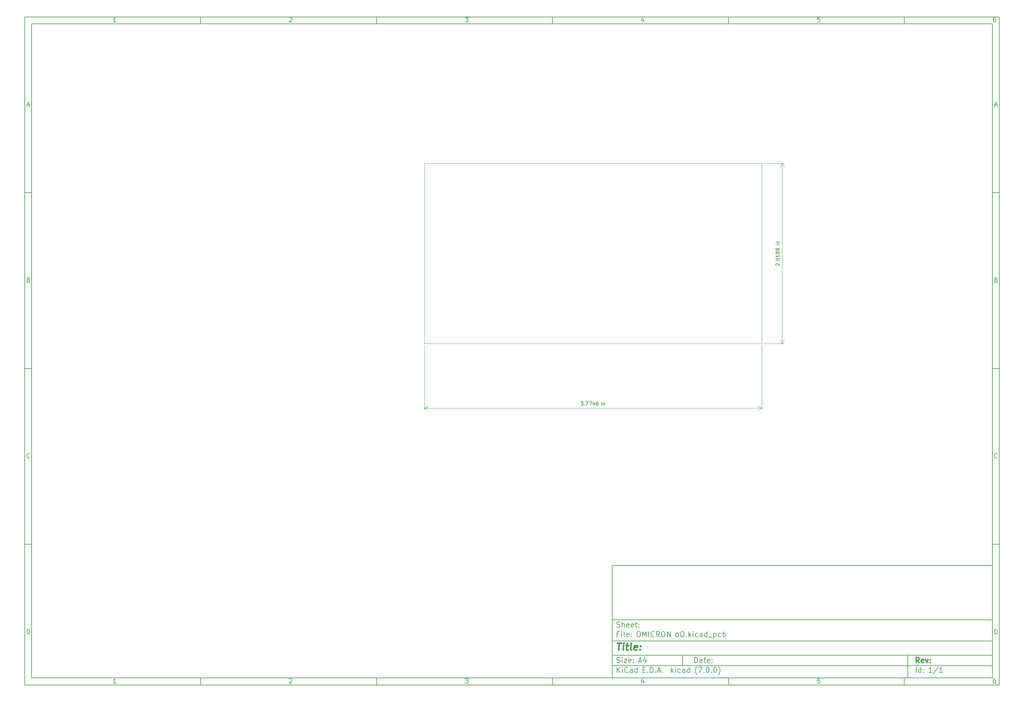
<source format=gbr>
%TF.GenerationSoftware,KiCad,Pcbnew,(7.0.0)*%
%TF.CreationDate,2023-04-21T00:05:07-05:00*%
%TF.ProjectId,OMICRON oO,4f4d4943-524f-44e2-906f-4f2e6b696361,rev?*%
%TF.SameCoordinates,Original*%
%TF.FileFunction,Profile,NP*%
%FSLAX46Y46*%
G04 Gerber Fmt 4.6, Leading zero omitted, Abs format (unit mm)*
G04 Created by KiCad (PCBNEW (7.0.0)) date 2023-04-21 00:05:07*
%MOMM*%
%LPD*%
G01*
G04 APERTURE LIST*
%ADD10C,0.100000*%
%ADD11C,0.150000*%
%ADD12C,0.300000*%
%ADD13C,0.400000*%
%TA.AperFunction,Profile*%
%ADD14C,0.100000*%
%TD*%
G04 APERTURE END LIST*
D10*
D11*
X177002200Y-166007200D02*
X285002200Y-166007200D01*
X285002200Y-198007200D01*
X177002200Y-198007200D01*
X177002200Y-166007200D01*
D10*
D11*
X10000000Y-10000000D02*
X287002200Y-10000000D01*
X287002200Y-200007200D01*
X10000000Y-200007200D01*
X10000000Y-10000000D01*
D10*
D11*
X12000000Y-12000000D02*
X285002200Y-12000000D01*
X285002200Y-198007200D01*
X12000000Y-198007200D01*
X12000000Y-12000000D01*
D10*
D11*
X60000000Y-12000000D02*
X60000000Y-10000000D01*
D10*
D11*
X110000000Y-12000000D02*
X110000000Y-10000000D01*
D10*
D11*
X160000000Y-12000000D02*
X160000000Y-10000000D01*
D10*
D11*
X210000000Y-12000000D02*
X210000000Y-10000000D01*
D10*
D11*
X260000000Y-12000000D02*
X260000000Y-10000000D01*
D10*
D11*
X35990476Y-11477595D02*
X35247619Y-11477595D01*
X35619047Y-11477595D02*
X35619047Y-10177595D01*
X35619047Y-10177595D02*
X35495238Y-10363309D01*
X35495238Y-10363309D02*
X35371428Y-10487119D01*
X35371428Y-10487119D02*
X35247619Y-10549023D01*
D10*
D11*
X85247619Y-10301404D02*
X85309523Y-10239500D01*
X85309523Y-10239500D02*
X85433333Y-10177595D01*
X85433333Y-10177595D02*
X85742857Y-10177595D01*
X85742857Y-10177595D02*
X85866666Y-10239500D01*
X85866666Y-10239500D02*
X85928571Y-10301404D01*
X85928571Y-10301404D02*
X85990476Y-10425214D01*
X85990476Y-10425214D02*
X85990476Y-10549023D01*
X85990476Y-10549023D02*
X85928571Y-10734738D01*
X85928571Y-10734738D02*
X85185714Y-11477595D01*
X85185714Y-11477595D02*
X85990476Y-11477595D01*
D10*
D11*
X135185714Y-10177595D02*
X135990476Y-10177595D01*
X135990476Y-10177595D02*
X135557142Y-10672833D01*
X135557142Y-10672833D02*
X135742857Y-10672833D01*
X135742857Y-10672833D02*
X135866666Y-10734738D01*
X135866666Y-10734738D02*
X135928571Y-10796642D01*
X135928571Y-10796642D02*
X135990476Y-10920452D01*
X135990476Y-10920452D02*
X135990476Y-11229976D01*
X135990476Y-11229976D02*
X135928571Y-11353785D01*
X135928571Y-11353785D02*
X135866666Y-11415690D01*
X135866666Y-11415690D02*
X135742857Y-11477595D01*
X135742857Y-11477595D02*
X135371428Y-11477595D01*
X135371428Y-11477595D02*
X135247619Y-11415690D01*
X135247619Y-11415690D02*
X135185714Y-11353785D01*
D10*
D11*
X185866666Y-10610928D02*
X185866666Y-11477595D01*
X185557142Y-10115690D02*
X185247619Y-11044261D01*
X185247619Y-11044261D02*
X186052380Y-11044261D01*
D10*
D11*
X235928571Y-10177595D02*
X235309523Y-10177595D01*
X235309523Y-10177595D02*
X235247619Y-10796642D01*
X235247619Y-10796642D02*
X235309523Y-10734738D01*
X235309523Y-10734738D02*
X235433333Y-10672833D01*
X235433333Y-10672833D02*
X235742857Y-10672833D01*
X235742857Y-10672833D02*
X235866666Y-10734738D01*
X235866666Y-10734738D02*
X235928571Y-10796642D01*
X235928571Y-10796642D02*
X235990476Y-10920452D01*
X235990476Y-10920452D02*
X235990476Y-11229976D01*
X235990476Y-11229976D02*
X235928571Y-11353785D01*
X235928571Y-11353785D02*
X235866666Y-11415690D01*
X235866666Y-11415690D02*
X235742857Y-11477595D01*
X235742857Y-11477595D02*
X235433333Y-11477595D01*
X235433333Y-11477595D02*
X235309523Y-11415690D01*
X235309523Y-11415690D02*
X235247619Y-11353785D01*
D10*
D11*
X285866666Y-10177595D02*
X285619047Y-10177595D01*
X285619047Y-10177595D02*
X285495238Y-10239500D01*
X285495238Y-10239500D02*
X285433333Y-10301404D01*
X285433333Y-10301404D02*
X285309523Y-10487119D01*
X285309523Y-10487119D02*
X285247619Y-10734738D01*
X285247619Y-10734738D02*
X285247619Y-11229976D01*
X285247619Y-11229976D02*
X285309523Y-11353785D01*
X285309523Y-11353785D02*
X285371428Y-11415690D01*
X285371428Y-11415690D02*
X285495238Y-11477595D01*
X285495238Y-11477595D02*
X285742857Y-11477595D01*
X285742857Y-11477595D02*
X285866666Y-11415690D01*
X285866666Y-11415690D02*
X285928571Y-11353785D01*
X285928571Y-11353785D02*
X285990476Y-11229976D01*
X285990476Y-11229976D02*
X285990476Y-10920452D01*
X285990476Y-10920452D02*
X285928571Y-10796642D01*
X285928571Y-10796642D02*
X285866666Y-10734738D01*
X285866666Y-10734738D02*
X285742857Y-10672833D01*
X285742857Y-10672833D02*
X285495238Y-10672833D01*
X285495238Y-10672833D02*
X285371428Y-10734738D01*
X285371428Y-10734738D02*
X285309523Y-10796642D01*
X285309523Y-10796642D02*
X285247619Y-10920452D01*
D10*
D11*
X60000000Y-198007200D02*
X60000000Y-200007200D01*
D10*
D11*
X110000000Y-198007200D02*
X110000000Y-200007200D01*
D10*
D11*
X160000000Y-198007200D02*
X160000000Y-200007200D01*
D10*
D11*
X210000000Y-198007200D02*
X210000000Y-200007200D01*
D10*
D11*
X260000000Y-198007200D02*
X260000000Y-200007200D01*
D10*
D11*
X35990476Y-199484795D02*
X35247619Y-199484795D01*
X35619047Y-199484795D02*
X35619047Y-198184795D01*
X35619047Y-198184795D02*
X35495238Y-198370509D01*
X35495238Y-198370509D02*
X35371428Y-198494319D01*
X35371428Y-198494319D02*
X35247619Y-198556223D01*
D10*
D11*
X85247619Y-198308604D02*
X85309523Y-198246700D01*
X85309523Y-198246700D02*
X85433333Y-198184795D01*
X85433333Y-198184795D02*
X85742857Y-198184795D01*
X85742857Y-198184795D02*
X85866666Y-198246700D01*
X85866666Y-198246700D02*
X85928571Y-198308604D01*
X85928571Y-198308604D02*
X85990476Y-198432414D01*
X85990476Y-198432414D02*
X85990476Y-198556223D01*
X85990476Y-198556223D02*
X85928571Y-198741938D01*
X85928571Y-198741938D02*
X85185714Y-199484795D01*
X85185714Y-199484795D02*
X85990476Y-199484795D01*
D10*
D11*
X135185714Y-198184795D02*
X135990476Y-198184795D01*
X135990476Y-198184795D02*
X135557142Y-198680033D01*
X135557142Y-198680033D02*
X135742857Y-198680033D01*
X135742857Y-198680033D02*
X135866666Y-198741938D01*
X135866666Y-198741938D02*
X135928571Y-198803842D01*
X135928571Y-198803842D02*
X135990476Y-198927652D01*
X135990476Y-198927652D02*
X135990476Y-199237176D01*
X135990476Y-199237176D02*
X135928571Y-199360985D01*
X135928571Y-199360985D02*
X135866666Y-199422890D01*
X135866666Y-199422890D02*
X135742857Y-199484795D01*
X135742857Y-199484795D02*
X135371428Y-199484795D01*
X135371428Y-199484795D02*
X135247619Y-199422890D01*
X135247619Y-199422890D02*
X135185714Y-199360985D01*
D10*
D11*
X185866666Y-198618128D02*
X185866666Y-199484795D01*
X185557142Y-198122890D02*
X185247619Y-199051461D01*
X185247619Y-199051461D02*
X186052380Y-199051461D01*
D10*
D11*
X235928571Y-198184795D02*
X235309523Y-198184795D01*
X235309523Y-198184795D02*
X235247619Y-198803842D01*
X235247619Y-198803842D02*
X235309523Y-198741938D01*
X235309523Y-198741938D02*
X235433333Y-198680033D01*
X235433333Y-198680033D02*
X235742857Y-198680033D01*
X235742857Y-198680033D02*
X235866666Y-198741938D01*
X235866666Y-198741938D02*
X235928571Y-198803842D01*
X235928571Y-198803842D02*
X235990476Y-198927652D01*
X235990476Y-198927652D02*
X235990476Y-199237176D01*
X235990476Y-199237176D02*
X235928571Y-199360985D01*
X235928571Y-199360985D02*
X235866666Y-199422890D01*
X235866666Y-199422890D02*
X235742857Y-199484795D01*
X235742857Y-199484795D02*
X235433333Y-199484795D01*
X235433333Y-199484795D02*
X235309523Y-199422890D01*
X235309523Y-199422890D02*
X235247619Y-199360985D01*
D10*
D11*
X285866666Y-198184795D02*
X285619047Y-198184795D01*
X285619047Y-198184795D02*
X285495238Y-198246700D01*
X285495238Y-198246700D02*
X285433333Y-198308604D01*
X285433333Y-198308604D02*
X285309523Y-198494319D01*
X285309523Y-198494319D02*
X285247619Y-198741938D01*
X285247619Y-198741938D02*
X285247619Y-199237176D01*
X285247619Y-199237176D02*
X285309523Y-199360985D01*
X285309523Y-199360985D02*
X285371428Y-199422890D01*
X285371428Y-199422890D02*
X285495238Y-199484795D01*
X285495238Y-199484795D02*
X285742857Y-199484795D01*
X285742857Y-199484795D02*
X285866666Y-199422890D01*
X285866666Y-199422890D02*
X285928571Y-199360985D01*
X285928571Y-199360985D02*
X285990476Y-199237176D01*
X285990476Y-199237176D02*
X285990476Y-198927652D01*
X285990476Y-198927652D02*
X285928571Y-198803842D01*
X285928571Y-198803842D02*
X285866666Y-198741938D01*
X285866666Y-198741938D02*
X285742857Y-198680033D01*
X285742857Y-198680033D02*
X285495238Y-198680033D01*
X285495238Y-198680033D02*
X285371428Y-198741938D01*
X285371428Y-198741938D02*
X285309523Y-198803842D01*
X285309523Y-198803842D02*
X285247619Y-198927652D01*
D10*
D11*
X10000000Y-60000000D02*
X12000000Y-60000000D01*
D10*
D11*
X10000000Y-110000000D02*
X12000000Y-110000000D01*
D10*
D11*
X10000000Y-160000000D02*
X12000000Y-160000000D01*
D10*
D11*
X10690476Y-35106166D02*
X11309523Y-35106166D01*
X10566666Y-35477595D02*
X10999999Y-34177595D01*
X10999999Y-34177595D02*
X11433333Y-35477595D01*
D10*
D11*
X11092857Y-84796642D02*
X11278571Y-84858547D01*
X11278571Y-84858547D02*
X11340476Y-84920452D01*
X11340476Y-84920452D02*
X11402380Y-85044261D01*
X11402380Y-85044261D02*
X11402380Y-85229976D01*
X11402380Y-85229976D02*
X11340476Y-85353785D01*
X11340476Y-85353785D02*
X11278571Y-85415690D01*
X11278571Y-85415690D02*
X11154761Y-85477595D01*
X11154761Y-85477595D02*
X10659523Y-85477595D01*
X10659523Y-85477595D02*
X10659523Y-84177595D01*
X10659523Y-84177595D02*
X11092857Y-84177595D01*
X11092857Y-84177595D02*
X11216666Y-84239500D01*
X11216666Y-84239500D02*
X11278571Y-84301404D01*
X11278571Y-84301404D02*
X11340476Y-84425214D01*
X11340476Y-84425214D02*
X11340476Y-84549023D01*
X11340476Y-84549023D02*
X11278571Y-84672833D01*
X11278571Y-84672833D02*
X11216666Y-84734738D01*
X11216666Y-84734738D02*
X11092857Y-84796642D01*
X11092857Y-84796642D02*
X10659523Y-84796642D01*
D10*
D11*
X11402380Y-135353785D02*
X11340476Y-135415690D01*
X11340476Y-135415690D02*
X11154761Y-135477595D01*
X11154761Y-135477595D02*
X11030952Y-135477595D01*
X11030952Y-135477595D02*
X10845238Y-135415690D01*
X10845238Y-135415690D02*
X10721428Y-135291880D01*
X10721428Y-135291880D02*
X10659523Y-135168071D01*
X10659523Y-135168071D02*
X10597619Y-134920452D01*
X10597619Y-134920452D02*
X10597619Y-134734738D01*
X10597619Y-134734738D02*
X10659523Y-134487119D01*
X10659523Y-134487119D02*
X10721428Y-134363309D01*
X10721428Y-134363309D02*
X10845238Y-134239500D01*
X10845238Y-134239500D02*
X11030952Y-134177595D01*
X11030952Y-134177595D02*
X11154761Y-134177595D01*
X11154761Y-134177595D02*
X11340476Y-134239500D01*
X11340476Y-134239500D02*
X11402380Y-134301404D01*
D10*
D11*
X10659523Y-185477595D02*
X10659523Y-184177595D01*
X10659523Y-184177595D02*
X10969047Y-184177595D01*
X10969047Y-184177595D02*
X11154761Y-184239500D01*
X11154761Y-184239500D02*
X11278571Y-184363309D01*
X11278571Y-184363309D02*
X11340476Y-184487119D01*
X11340476Y-184487119D02*
X11402380Y-184734738D01*
X11402380Y-184734738D02*
X11402380Y-184920452D01*
X11402380Y-184920452D02*
X11340476Y-185168071D01*
X11340476Y-185168071D02*
X11278571Y-185291880D01*
X11278571Y-185291880D02*
X11154761Y-185415690D01*
X11154761Y-185415690D02*
X10969047Y-185477595D01*
X10969047Y-185477595D02*
X10659523Y-185477595D01*
D10*
D11*
X287002200Y-60000000D02*
X285002200Y-60000000D01*
D10*
D11*
X287002200Y-110000000D02*
X285002200Y-110000000D01*
D10*
D11*
X287002200Y-160000000D02*
X285002200Y-160000000D01*
D10*
D11*
X285692676Y-35106166D02*
X286311723Y-35106166D01*
X285568866Y-35477595D02*
X286002199Y-34177595D01*
X286002199Y-34177595D02*
X286435533Y-35477595D01*
D10*
D11*
X286095057Y-84796642D02*
X286280771Y-84858547D01*
X286280771Y-84858547D02*
X286342676Y-84920452D01*
X286342676Y-84920452D02*
X286404580Y-85044261D01*
X286404580Y-85044261D02*
X286404580Y-85229976D01*
X286404580Y-85229976D02*
X286342676Y-85353785D01*
X286342676Y-85353785D02*
X286280771Y-85415690D01*
X286280771Y-85415690D02*
X286156961Y-85477595D01*
X286156961Y-85477595D02*
X285661723Y-85477595D01*
X285661723Y-85477595D02*
X285661723Y-84177595D01*
X285661723Y-84177595D02*
X286095057Y-84177595D01*
X286095057Y-84177595D02*
X286218866Y-84239500D01*
X286218866Y-84239500D02*
X286280771Y-84301404D01*
X286280771Y-84301404D02*
X286342676Y-84425214D01*
X286342676Y-84425214D02*
X286342676Y-84549023D01*
X286342676Y-84549023D02*
X286280771Y-84672833D01*
X286280771Y-84672833D02*
X286218866Y-84734738D01*
X286218866Y-84734738D02*
X286095057Y-84796642D01*
X286095057Y-84796642D02*
X285661723Y-84796642D01*
D10*
D11*
X286404580Y-135353785D02*
X286342676Y-135415690D01*
X286342676Y-135415690D02*
X286156961Y-135477595D01*
X286156961Y-135477595D02*
X286033152Y-135477595D01*
X286033152Y-135477595D02*
X285847438Y-135415690D01*
X285847438Y-135415690D02*
X285723628Y-135291880D01*
X285723628Y-135291880D02*
X285661723Y-135168071D01*
X285661723Y-135168071D02*
X285599819Y-134920452D01*
X285599819Y-134920452D02*
X285599819Y-134734738D01*
X285599819Y-134734738D02*
X285661723Y-134487119D01*
X285661723Y-134487119D02*
X285723628Y-134363309D01*
X285723628Y-134363309D02*
X285847438Y-134239500D01*
X285847438Y-134239500D02*
X286033152Y-134177595D01*
X286033152Y-134177595D02*
X286156961Y-134177595D01*
X286156961Y-134177595D02*
X286342676Y-134239500D01*
X286342676Y-134239500D02*
X286404580Y-134301404D01*
D10*
D11*
X285661723Y-185477595D02*
X285661723Y-184177595D01*
X285661723Y-184177595D02*
X285971247Y-184177595D01*
X285971247Y-184177595D02*
X286156961Y-184239500D01*
X286156961Y-184239500D02*
X286280771Y-184363309D01*
X286280771Y-184363309D02*
X286342676Y-184487119D01*
X286342676Y-184487119D02*
X286404580Y-184734738D01*
X286404580Y-184734738D02*
X286404580Y-184920452D01*
X286404580Y-184920452D02*
X286342676Y-185168071D01*
X286342676Y-185168071D02*
X286280771Y-185291880D01*
X286280771Y-185291880D02*
X286156961Y-185415690D01*
X286156961Y-185415690D02*
X285971247Y-185477595D01*
X285971247Y-185477595D02*
X285661723Y-185477595D01*
D10*
D11*
X200359342Y-193658271D02*
X200359342Y-192158271D01*
X200359342Y-192158271D02*
X200716485Y-192158271D01*
X200716485Y-192158271D02*
X200930771Y-192229700D01*
X200930771Y-192229700D02*
X201073628Y-192372557D01*
X201073628Y-192372557D02*
X201145057Y-192515414D01*
X201145057Y-192515414D02*
X201216485Y-192801128D01*
X201216485Y-192801128D02*
X201216485Y-193015414D01*
X201216485Y-193015414D02*
X201145057Y-193301128D01*
X201145057Y-193301128D02*
X201073628Y-193443985D01*
X201073628Y-193443985D02*
X200930771Y-193586842D01*
X200930771Y-193586842D02*
X200716485Y-193658271D01*
X200716485Y-193658271D02*
X200359342Y-193658271D01*
X202502200Y-193658271D02*
X202502200Y-192872557D01*
X202502200Y-192872557D02*
X202430771Y-192729700D01*
X202430771Y-192729700D02*
X202287914Y-192658271D01*
X202287914Y-192658271D02*
X202002200Y-192658271D01*
X202002200Y-192658271D02*
X201859342Y-192729700D01*
X202502200Y-193586842D02*
X202359342Y-193658271D01*
X202359342Y-193658271D02*
X202002200Y-193658271D01*
X202002200Y-193658271D02*
X201859342Y-193586842D01*
X201859342Y-193586842D02*
X201787914Y-193443985D01*
X201787914Y-193443985D02*
X201787914Y-193301128D01*
X201787914Y-193301128D02*
X201859342Y-193158271D01*
X201859342Y-193158271D02*
X202002200Y-193086842D01*
X202002200Y-193086842D02*
X202359342Y-193086842D01*
X202359342Y-193086842D02*
X202502200Y-193015414D01*
X203002200Y-192658271D02*
X203573628Y-192658271D01*
X203216485Y-192158271D02*
X203216485Y-193443985D01*
X203216485Y-193443985D02*
X203287914Y-193586842D01*
X203287914Y-193586842D02*
X203430771Y-193658271D01*
X203430771Y-193658271D02*
X203573628Y-193658271D01*
X204645057Y-193586842D02*
X204502200Y-193658271D01*
X204502200Y-193658271D02*
X204216486Y-193658271D01*
X204216486Y-193658271D02*
X204073628Y-193586842D01*
X204073628Y-193586842D02*
X204002200Y-193443985D01*
X204002200Y-193443985D02*
X204002200Y-192872557D01*
X204002200Y-192872557D02*
X204073628Y-192729700D01*
X204073628Y-192729700D02*
X204216486Y-192658271D01*
X204216486Y-192658271D02*
X204502200Y-192658271D01*
X204502200Y-192658271D02*
X204645057Y-192729700D01*
X204645057Y-192729700D02*
X204716486Y-192872557D01*
X204716486Y-192872557D02*
X204716486Y-193015414D01*
X204716486Y-193015414D02*
X204002200Y-193158271D01*
X205359342Y-193515414D02*
X205430771Y-193586842D01*
X205430771Y-193586842D02*
X205359342Y-193658271D01*
X205359342Y-193658271D02*
X205287914Y-193586842D01*
X205287914Y-193586842D02*
X205359342Y-193515414D01*
X205359342Y-193515414D02*
X205359342Y-193658271D01*
X205359342Y-192729700D02*
X205430771Y-192801128D01*
X205430771Y-192801128D02*
X205359342Y-192872557D01*
X205359342Y-192872557D02*
X205287914Y-192801128D01*
X205287914Y-192801128D02*
X205359342Y-192729700D01*
X205359342Y-192729700D02*
X205359342Y-192872557D01*
D10*
D11*
X177002200Y-194507200D02*
X285002200Y-194507200D01*
D10*
D11*
X178359342Y-196458271D02*
X178359342Y-194958271D01*
X179216485Y-196458271D02*
X178573628Y-195601128D01*
X179216485Y-194958271D02*
X178359342Y-195815414D01*
X179859342Y-196458271D02*
X179859342Y-195458271D01*
X179859342Y-194958271D02*
X179787914Y-195029700D01*
X179787914Y-195029700D02*
X179859342Y-195101128D01*
X179859342Y-195101128D02*
X179930771Y-195029700D01*
X179930771Y-195029700D02*
X179859342Y-194958271D01*
X179859342Y-194958271D02*
X179859342Y-195101128D01*
X181430771Y-196315414D02*
X181359343Y-196386842D01*
X181359343Y-196386842D02*
X181145057Y-196458271D01*
X181145057Y-196458271D02*
X181002200Y-196458271D01*
X181002200Y-196458271D02*
X180787914Y-196386842D01*
X180787914Y-196386842D02*
X180645057Y-196243985D01*
X180645057Y-196243985D02*
X180573628Y-196101128D01*
X180573628Y-196101128D02*
X180502200Y-195815414D01*
X180502200Y-195815414D02*
X180502200Y-195601128D01*
X180502200Y-195601128D02*
X180573628Y-195315414D01*
X180573628Y-195315414D02*
X180645057Y-195172557D01*
X180645057Y-195172557D02*
X180787914Y-195029700D01*
X180787914Y-195029700D02*
X181002200Y-194958271D01*
X181002200Y-194958271D02*
X181145057Y-194958271D01*
X181145057Y-194958271D02*
X181359343Y-195029700D01*
X181359343Y-195029700D02*
X181430771Y-195101128D01*
X182716486Y-196458271D02*
X182716486Y-195672557D01*
X182716486Y-195672557D02*
X182645057Y-195529700D01*
X182645057Y-195529700D02*
X182502200Y-195458271D01*
X182502200Y-195458271D02*
X182216486Y-195458271D01*
X182216486Y-195458271D02*
X182073628Y-195529700D01*
X182716486Y-196386842D02*
X182573628Y-196458271D01*
X182573628Y-196458271D02*
X182216486Y-196458271D01*
X182216486Y-196458271D02*
X182073628Y-196386842D01*
X182073628Y-196386842D02*
X182002200Y-196243985D01*
X182002200Y-196243985D02*
X182002200Y-196101128D01*
X182002200Y-196101128D02*
X182073628Y-195958271D01*
X182073628Y-195958271D02*
X182216486Y-195886842D01*
X182216486Y-195886842D02*
X182573628Y-195886842D01*
X182573628Y-195886842D02*
X182716486Y-195815414D01*
X184073629Y-196458271D02*
X184073629Y-194958271D01*
X184073629Y-196386842D02*
X183930771Y-196458271D01*
X183930771Y-196458271D02*
X183645057Y-196458271D01*
X183645057Y-196458271D02*
X183502200Y-196386842D01*
X183502200Y-196386842D02*
X183430771Y-196315414D01*
X183430771Y-196315414D02*
X183359343Y-196172557D01*
X183359343Y-196172557D02*
X183359343Y-195743985D01*
X183359343Y-195743985D02*
X183430771Y-195601128D01*
X183430771Y-195601128D02*
X183502200Y-195529700D01*
X183502200Y-195529700D02*
X183645057Y-195458271D01*
X183645057Y-195458271D02*
X183930771Y-195458271D01*
X183930771Y-195458271D02*
X184073629Y-195529700D01*
X185687914Y-195672557D02*
X186187914Y-195672557D01*
X186402200Y-196458271D02*
X185687914Y-196458271D01*
X185687914Y-196458271D02*
X185687914Y-194958271D01*
X185687914Y-194958271D02*
X186402200Y-194958271D01*
X187045057Y-196315414D02*
X187116486Y-196386842D01*
X187116486Y-196386842D02*
X187045057Y-196458271D01*
X187045057Y-196458271D02*
X186973629Y-196386842D01*
X186973629Y-196386842D02*
X187045057Y-196315414D01*
X187045057Y-196315414D02*
X187045057Y-196458271D01*
X187759343Y-196458271D02*
X187759343Y-194958271D01*
X187759343Y-194958271D02*
X188116486Y-194958271D01*
X188116486Y-194958271D02*
X188330772Y-195029700D01*
X188330772Y-195029700D02*
X188473629Y-195172557D01*
X188473629Y-195172557D02*
X188545058Y-195315414D01*
X188545058Y-195315414D02*
X188616486Y-195601128D01*
X188616486Y-195601128D02*
X188616486Y-195815414D01*
X188616486Y-195815414D02*
X188545058Y-196101128D01*
X188545058Y-196101128D02*
X188473629Y-196243985D01*
X188473629Y-196243985D02*
X188330772Y-196386842D01*
X188330772Y-196386842D02*
X188116486Y-196458271D01*
X188116486Y-196458271D02*
X187759343Y-196458271D01*
X189259343Y-196315414D02*
X189330772Y-196386842D01*
X189330772Y-196386842D02*
X189259343Y-196458271D01*
X189259343Y-196458271D02*
X189187915Y-196386842D01*
X189187915Y-196386842D02*
X189259343Y-196315414D01*
X189259343Y-196315414D02*
X189259343Y-196458271D01*
X189902201Y-196029700D02*
X190616487Y-196029700D01*
X189759344Y-196458271D02*
X190259344Y-194958271D01*
X190259344Y-194958271D02*
X190759344Y-196458271D01*
X191259343Y-196315414D02*
X191330772Y-196386842D01*
X191330772Y-196386842D02*
X191259343Y-196458271D01*
X191259343Y-196458271D02*
X191187915Y-196386842D01*
X191187915Y-196386842D02*
X191259343Y-196315414D01*
X191259343Y-196315414D02*
X191259343Y-196458271D01*
X193773629Y-196458271D02*
X193773629Y-194958271D01*
X193916487Y-195886842D02*
X194345058Y-196458271D01*
X194345058Y-195458271D02*
X193773629Y-196029700D01*
X194987915Y-196458271D02*
X194987915Y-195458271D01*
X194987915Y-194958271D02*
X194916487Y-195029700D01*
X194916487Y-195029700D02*
X194987915Y-195101128D01*
X194987915Y-195101128D02*
X195059344Y-195029700D01*
X195059344Y-195029700D02*
X194987915Y-194958271D01*
X194987915Y-194958271D02*
X194987915Y-195101128D01*
X196345059Y-196386842D02*
X196202201Y-196458271D01*
X196202201Y-196458271D02*
X195916487Y-196458271D01*
X195916487Y-196458271D02*
X195773630Y-196386842D01*
X195773630Y-196386842D02*
X195702201Y-196315414D01*
X195702201Y-196315414D02*
X195630773Y-196172557D01*
X195630773Y-196172557D02*
X195630773Y-195743985D01*
X195630773Y-195743985D02*
X195702201Y-195601128D01*
X195702201Y-195601128D02*
X195773630Y-195529700D01*
X195773630Y-195529700D02*
X195916487Y-195458271D01*
X195916487Y-195458271D02*
X196202201Y-195458271D01*
X196202201Y-195458271D02*
X196345059Y-195529700D01*
X197630773Y-196458271D02*
X197630773Y-195672557D01*
X197630773Y-195672557D02*
X197559344Y-195529700D01*
X197559344Y-195529700D02*
X197416487Y-195458271D01*
X197416487Y-195458271D02*
X197130773Y-195458271D01*
X197130773Y-195458271D02*
X196987915Y-195529700D01*
X197630773Y-196386842D02*
X197487915Y-196458271D01*
X197487915Y-196458271D02*
X197130773Y-196458271D01*
X197130773Y-196458271D02*
X196987915Y-196386842D01*
X196987915Y-196386842D02*
X196916487Y-196243985D01*
X196916487Y-196243985D02*
X196916487Y-196101128D01*
X196916487Y-196101128D02*
X196987915Y-195958271D01*
X196987915Y-195958271D02*
X197130773Y-195886842D01*
X197130773Y-195886842D02*
X197487915Y-195886842D01*
X197487915Y-195886842D02*
X197630773Y-195815414D01*
X198987916Y-196458271D02*
X198987916Y-194958271D01*
X198987916Y-196386842D02*
X198845058Y-196458271D01*
X198845058Y-196458271D02*
X198559344Y-196458271D01*
X198559344Y-196458271D02*
X198416487Y-196386842D01*
X198416487Y-196386842D02*
X198345058Y-196315414D01*
X198345058Y-196315414D02*
X198273630Y-196172557D01*
X198273630Y-196172557D02*
X198273630Y-195743985D01*
X198273630Y-195743985D02*
X198345058Y-195601128D01*
X198345058Y-195601128D02*
X198416487Y-195529700D01*
X198416487Y-195529700D02*
X198559344Y-195458271D01*
X198559344Y-195458271D02*
X198845058Y-195458271D01*
X198845058Y-195458271D02*
X198987916Y-195529700D01*
X201030773Y-197029700D02*
X200959344Y-196958271D01*
X200959344Y-196958271D02*
X200816487Y-196743985D01*
X200816487Y-196743985D02*
X200745059Y-196601128D01*
X200745059Y-196601128D02*
X200673630Y-196386842D01*
X200673630Y-196386842D02*
X200602201Y-196029700D01*
X200602201Y-196029700D02*
X200602201Y-195743985D01*
X200602201Y-195743985D02*
X200673630Y-195386842D01*
X200673630Y-195386842D02*
X200745059Y-195172557D01*
X200745059Y-195172557D02*
X200816487Y-195029700D01*
X200816487Y-195029700D02*
X200959344Y-194815414D01*
X200959344Y-194815414D02*
X201030773Y-194743985D01*
X201459344Y-194958271D02*
X202459344Y-194958271D01*
X202459344Y-194958271D02*
X201816487Y-196458271D01*
X203030772Y-196315414D02*
X203102201Y-196386842D01*
X203102201Y-196386842D02*
X203030772Y-196458271D01*
X203030772Y-196458271D02*
X202959344Y-196386842D01*
X202959344Y-196386842D02*
X203030772Y-196315414D01*
X203030772Y-196315414D02*
X203030772Y-196458271D01*
X204030773Y-194958271D02*
X204173630Y-194958271D01*
X204173630Y-194958271D02*
X204316487Y-195029700D01*
X204316487Y-195029700D02*
X204387916Y-195101128D01*
X204387916Y-195101128D02*
X204459344Y-195243985D01*
X204459344Y-195243985D02*
X204530773Y-195529700D01*
X204530773Y-195529700D02*
X204530773Y-195886842D01*
X204530773Y-195886842D02*
X204459344Y-196172557D01*
X204459344Y-196172557D02*
X204387916Y-196315414D01*
X204387916Y-196315414D02*
X204316487Y-196386842D01*
X204316487Y-196386842D02*
X204173630Y-196458271D01*
X204173630Y-196458271D02*
X204030773Y-196458271D01*
X204030773Y-196458271D02*
X203887916Y-196386842D01*
X203887916Y-196386842D02*
X203816487Y-196315414D01*
X203816487Y-196315414D02*
X203745058Y-196172557D01*
X203745058Y-196172557D02*
X203673630Y-195886842D01*
X203673630Y-195886842D02*
X203673630Y-195529700D01*
X203673630Y-195529700D02*
X203745058Y-195243985D01*
X203745058Y-195243985D02*
X203816487Y-195101128D01*
X203816487Y-195101128D02*
X203887916Y-195029700D01*
X203887916Y-195029700D02*
X204030773Y-194958271D01*
X205173629Y-196315414D02*
X205245058Y-196386842D01*
X205245058Y-196386842D02*
X205173629Y-196458271D01*
X205173629Y-196458271D02*
X205102201Y-196386842D01*
X205102201Y-196386842D02*
X205173629Y-196315414D01*
X205173629Y-196315414D02*
X205173629Y-196458271D01*
X206173630Y-194958271D02*
X206316487Y-194958271D01*
X206316487Y-194958271D02*
X206459344Y-195029700D01*
X206459344Y-195029700D02*
X206530773Y-195101128D01*
X206530773Y-195101128D02*
X206602201Y-195243985D01*
X206602201Y-195243985D02*
X206673630Y-195529700D01*
X206673630Y-195529700D02*
X206673630Y-195886842D01*
X206673630Y-195886842D02*
X206602201Y-196172557D01*
X206602201Y-196172557D02*
X206530773Y-196315414D01*
X206530773Y-196315414D02*
X206459344Y-196386842D01*
X206459344Y-196386842D02*
X206316487Y-196458271D01*
X206316487Y-196458271D02*
X206173630Y-196458271D01*
X206173630Y-196458271D02*
X206030773Y-196386842D01*
X206030773Y-196386842D02*
X205959344Y-196315414D01*
X205959344Y-196315414D02*
X205887915Y-196172557D01*
X205887915Y-196172557D02*
X205816487Y-195886842D01*
X205816487Y-195886842D02*
X205816487Y-195529700D01*
X205816487Y-195529700D02*
X205887915Y-195243985D01*
X205887915Y-195243985D02*
X205959344Y-195101128D01*
X205959344Y-195101128D02*
X206030773Y-195029700D01*
X206030773Y-195029700D02*
X206173630Y-194958271D01*
X207173629Y-197029700D02*
X207245058Y-196958271D01*
X207245058Y-196958271D02*
X207387915Y-196743985D01*
X207387915Y-196743985D02*
X207459344Y-196601128D01*
X207459344Y-196601128D02*
X207530772Y-196386842D01*
X207530772Y-196386842D02*
X207602201Y-196029700D01*
X207602201Y-196029700D02*
X207602201Y-195743985D01*
X207602201Y-195743985D02*
X207530772Y-195386842D01*
X207530772Y-195386842D02*
X207459344Y-195172557D01*
X207459344Y-195172557D02*
X207387915Y-195029700D01*
X207387915Y-195029700D02*
X207245058Y-194815414D01*
X207245058Y-194815414D02*
X207173629Y-194743985D01*
D10*
D11*
X177002200Y-191507200D02*
X285002200Y-191507200D01*
D10*
D12*
X264216485Y-193658271D02*
X263716485Y-192943985D01*
X263359342Y-193658271D02*
X263359342Y-192158271D01*
X263359342Y-192158271D02*
X263930771Y-192158271D01*
X263930771Y-192158271D02*
X264073628Y-192229700D01*
X264073628Y-192229700D02*
X264145057Y-192301128D01*
X264145057Y-192301128D02*
X264216485Y-192443985D01*
X264216485Y-192443985D02*
X264216485Y-192658271D01*
X264216485Y-192658271D02*
X264145057Y-192801128D01*
X264145057Y-192801128D02*
X264073628Y-192872557D01*
X264073628Y-192872557D02*
X263930771Y-192943985D01*
X263930771Y-192943985D02*
X263359342Y-192943985D01*
X265430771Y-193586842D02*
X265287914Y-193658271D01*
X265287914Y-193658271D02*
X265002200Y-193658271D01*
X265002200Y-193658271D02*
X264859342Y-193586842D01*
X264859342Y-193586842D02*
X264787914Y-193443985D01*
X264787914Y-193443985D02*
X264787914Y-192872557D01*
X264787914Y-192872557D02*
X264859342Y-192729700D01*
X264859342Y-192729700D02*
X265002200Y-192658271D01*
X265002200Y-192658271D02*
X265287914Y-192658271D01*
X265287914Y-192658271D02*
X265430771Y-192729700D01*
X265430771Y-192729700D02*
X265502200Y-192872557D01*
X265502200Y-192872557D02*
X265502200Y-193015414D01*
X265502200Y-193015414D02*
X264787914Y-193158271D01*
X266002199Y-192658271D02*
X266359342Y-193658271D01*
X266359342Y-193658271D02*
X266716485Y-192658271D01*
X267287913Y-193515414D02*
X267359342Y-193586842D01*
X267359342Y-193586842D02*
X267287913Y-193658271D01*
X267287913Y-193658271D02*
X267216485Y-193586842D01*
X267216485Y-193586842D02*
X267287913Y-193515414D01*
X267287913Y-193515414D02*
X267287913Y-193658271D01*
X267287913Y-192729700D02*
X267359342Y-192801128D01*
X267359342Y-192801128D02*
X267287913Y-192872557D01*
X267287913Y-192872557D02*
X267216485Y-192801128D01*
X267216485Y-192801128D02*
X267287913Y-192729700D01*
X267287913Y-192729700D02*
X267287913Y-192872557D01*
D10*
D11*
X178287914Y-193586842D02*
X178502200Y-193658271D01*
X178502200Y-193658271D02*
X178859342Y-193658271D01*
X178859342Y-193658271D02*
X179002200Y-193586842D01*
X179002200Y-193586842D02*
X179073628Y-193515414D01*
X179073628Y-193515414D02*
X179145057Y-193372557D01*
X179145057Y-193372557D02*
X179145057Y-193229700D01*
X179145057Y-193229700D02*
X179073628Y-193086842D01*
X179073628Y-193086842D02*
X179002200Y-193015414D01*
X179002200Y-193015414D02*
X178859342Y-192943985D01*
X178859342Y-192943985D02*
X178573628Y-192872557D01*
X178573628Y-192872557D02*
X178430771Y-192801128D01*
X178430771Y-192801128D02*
X178359342Y-192729700D01*
X178359342Y-192729700D02*
X178287914Y-192586842D01*
X178287914Y-192586842D02*
X178287914Y-192443985D01*
X178287914Y-192443985D02*
X178359342Y-192301128D01*
X178359342Y-192301128D02*
X178430771Y-192229700D01*
X178430771Y-192229700D02*
X178573628Y-192158271D01*
X178573628Y-192158271D02*
X178930771Y-192158271D01*
X178930771Y-192158271D02*
X179145057Y-192229700D01*
X179787913Y-193658271D02*
X179787913Y-192658271D01*
X179787913Y-192158271D02*
X179716485Y-192229700D01*
X179716485Y-192229700D02*
X179787913Y-192301128D01*
X179787913Y-192301128D02*
X179859342Y-192229700D01*
X179859342Y-192229700D02*
X179787913Y-192158271D01*
X179787913Y-192158271D02*
X179787913Y-192301128D01*
X180359342Y-192658271D02*
X181145057Y-192658271D01*
X181145057Y-192658271D02*
X180359342Y-193658271D01*
X180359342Y-193658271D02*
X181145057Y-193658271D01*
X182287914Y-193586842D02*
X182145057Y-193658271D01*
X182145057Y-193658271D02*
X181859343Y-193658271D01*
X181859343Y-193658271D02*
X181716485Y-193586842D01*
X181716485Y-193586842D02*
X181645057Y-193443985D01*
X181645057Y-193443985D02*
X181645057Y-192872557D01*
X181645057Y-192872557D02*
X181716485Y-192729700D01*
X181716485Y-192729700D02*
X181859343Y-192658271D01*
X181859343Y-192658271D02*
X182145057Y-192658271D01*
X182145057Y-192658271D02*
X182287914Y-192729700D01*
X182287914Y-192729700D02*
X182359343Y-192872557D01*
X182359343Y-192872557D02*
X182359343Y-193015414D01*
X182359343Y-193015414D02*
X181645057Y-193158271D01*
X183002199Y-193515414D02*
X183073628Y-193586842D01*
X183073628Y-193586842D02*
X183002199Y-193658271D01*
X183002199Y-193658271D02*
X182930771Y-193586842D01*
X182930771Y-193586842D02*
X183002199Y-193515414D01*
X183002199Y-193515414D02*
X183002199Y-193658271D01*
X183002199Y-192729700D02*
X183073628Y-192801128D01*
X183073628Y-192801128D02*
X183002199Y-192872557D01*
X183002199Y-192872557D02*
X182930771Y-192801128D01*
X182930771Y-192801128D02*
X183002199Y-192729700D01*
X183002199Y-192729700D02*
X183002199Y-192872557D01*
X184545057Y-193229700D02*
X185259343Y-193229700D01*
X184402200Y-193658271D02*
X184902200Y-192158271D01*
X184902200Y-192158271D02*
X185402200Y-193658271D01*
X186545057Y-192658271D02*
X186545057Y-193658271D01*
X186187914Y-192086842D02*
X185830771Y-193158271D01*
X185830771Y-193158271D02*
X186759342Y-193158271D01*
D10*
D11*
X263359342Y-196458271D02*
X263359342Y-194958271D01*
X264716486Y-196458271D02*
X264716486Y-194958271D01*
X264716486Y-196386842D02*
X264573628Y-196458271D01*
X264573628Y-196458271D02*
X264287914Y-196458271D01*
X264287914Y-196458271D02*
X264145057Y-196386842D01*
X264145057Y-196386842D02*
X264073628Y-196315414D01*
X264073628Y-196315414D02*
X264002200Y-196172557D01*
X264002200Y-196172557D02*
X264002200Y-195743985D01*
X264002200Y-195743985D02*
X264073628Y-195601128D01*
X264073628Y-195601128D02*
X264145057Y-195529700D01*
X264145057Y-195529700D02*
X264287914Y-195458271D01*
X264287914Y-195458271D02*
X264573628Y-195458271D01*
X264573628Y-195458271D02*
X264716486Y-195529700D01*
X265430771Y-196315414D02*
X265502200Y-196386842D01*
X265502200Y-196386842D02*
X265430771Y-196458271D01*
X265430771Y-196458271D02*
X265359343Y-196386842D01*
X265359343Y-196386842D02*
X265430771Y-196315414D01*
X265430771Y-196315414D02*
X265430771Y-196458271D01*
X265430771Y-195529700D02*
X265502200Y-195601128D01*
X265502200Y-195601128D02*
X265430771Y-195672557D01*
X265430771Y-195672557D02*
X265359343Y-195601128D01*
X265359343Y-195601128D02*
X265430771Y-195529700D01*
X265430771Y-195529700D02*
X265430771Y-195672557D01*
X267830772Y-196458271D02*
X266973629Y-196458271D01*
X267402200Y-196458271D02*
X267402200Y-194958271D01*
X267402200Y-194958271D02*
X267259343Y-195172557D01*
X267259343Y-195172557D02*
X267116486Y-195315414D01*
X267116486Y-195315414D02*
X266973629Y-195386842D01*
X269545057Y-194886842D02*
X268259343Y-196815414D01*
X270830772Y-196458271D02*
X269973629Y-196458271D01*
X270402200Y-196458271D02*
X270402200Y-194958271D01*
X270402200Y-194958271D02*
X270259343Y-195172557D01*
X270259343Y-195172557D02*
X270116486Y-195315414D01*
X270116486Y-195315414D02*
X269973629Y-195386842D01*
D10*
D11*
X177002200Y-187507200D02*
X285002200Y-187507200D01*
D10*
D13*
X178454580Y-188041961D02*
X179597438Y-188041961D01*
X178776009Y-190041961D02*
X179026009Y-188041961D01*
X180014105Y-190041961D02*
X180180771Y-188708628D01*
X180264105Y-188041961D02*
X180156962Y-188137200D01*
X180156962Y-188137200D02*
X180240295Y-188232438D01*
X180240295Y-188232438D02*
X180347438Y-188137200D01*
X180347438Y-188137200D02*
X180264105Y-188041961D01*
X180264105Y-188041961D02*
X180240295Y-188232438D01*
X180847438Y-188708628D02*
X181609343Y-188708628D01*
X181216486Y-188041961D02*
X181002200Y-189756247D01*
X181002200Y-189756247D02*
X181073629Y-189946723D01*
X181073629Y-189946723D02*
X181252200Y-190041961D01*
X181252200Y-190041961D02*
X181442676Y-190041961D01*
X182395057Y-190041961D02*
X182216486Y-189946723D01*
X182216486Y-189946723D02*
X182145057Y-189756247D01*
X182145057Y-189756247D02*
X182359343Y-188041961D01*
X183930771Y-189946723D02*
X183728390Y-190041961D01*
X183728390Y-190041961D02*
X183347438Y-190041961D01*
X183347438Y-190041961D02*
X183168867Y-189946723D01*
X183168867Y-189946723D02*
X183097438Y-189756247D01*
X183097438Y-189756247D02*
X183192676Y-188994342D01*
X183192676Y-188994342D02*
X183311724Y-188803866D01*
X183311724Y-188803866D02*
X183514105Y-188708628D01*
X183514105Y-188708628D02*
X183895057Y-188708628D01*
X183895057Y-188708628D02*
X184073628Y-188803866D01*
X184073628Y-188803866D02*
X184145057Y-188994342D01*
X184145057Y-188994342D02*
X184121247Y-189184819D01*
X184121247Y-189184819D02*
X183145057Y-189375295D01*
X184895057Y-189851485D02*
X184978391Y-189946723D01*
X184978391Y-189946723D02*
X184871248Y-190041961D01*
X184871248Y-190041961D02*
X184787914Y-189946723D01*
X184787914Y-189946723D02*
X184895057Y-189851485D01*
X184895057Y-189851485D02*
X184871248Y-190041961D01*
X185026010Y-188803866D02*
X185109343Y-188899104D01*
X185109343Y-188899104D02*
X185002200Y-188994342D01*
X185002200Y-188994342D02*
X184918867Y-188899104D01*
X184918867Y-188899104D02*
X185026010Y-188803866D01*
X185026010Y-188803866D02*
X185002200Y-188994342D01*
D10*
D11*
X178859342Y-185472557D02*
X178359342Y-185472557D01*
X178359342Y-186258271D02*
X178359342Y-184758271D01*
X178359342Y-184758271D02*
X179073628Y-184758271D01*
X179645056Y-186258271D02*
X179645056Y-185258271D01*
X179645056Y-184758271D02*
X179573628Y-184829700D01*
X179573628Y-184829700D02*
X179645056Y-184901128D01*
X179645056Y-184901128D02*
X179716485Y-184829700D01*
X179716485Y-184829700D02*
X179645056Y-184758271D01*
X179645056Y-184758271D02*
X179645056Y-184901128D01*
X180573628Y-186258271D02*
X180430771Y-186186842D01*
X180430771Y-186186842D02*
X180359342Y-186043985D01*
X180359342Y-186043985D02*
X180359342Y-184758271D01*
X181716485Y-186186842D02*
X181573628Y-186258271D01*
X181573628Y-186258271D02*
X181287914Y-186258271D01*
X181287914Y-186258271D02*
X181145056Y-186186842D01*
X181145056Y-186186842D02*
X181073628Y-186043985D01*
X181073628Y-186043985D02*
X181073628Y-185472557D01*
X181073628Y-185472557D02*
X181145056Y-185329700D01*
X181145056Y-185329700D02*
X181287914Y-185258271D01*
X181287914Y-185258271D02*
X181573628Y-185258271D01*
X181573628Y-185258271D02*
X181716485Y-185329700D01*
X181716485Y-185329700D02*
X181787914Y-185472557D01*
X181787914Y-185472557D02*
X181787914Y-185615414D01*
X181787914Y-185615414D02*
X181073628Y-185758271D01*
X182430770Y-186115414D02*
X182502199Y-186186842D01*
X182502199Y-186186842D02*
X182430770Y-186258271D01*
X182430770Y-186258271D02*
X182359342Y-186186842D01*
X182359342Y-186186842D02*
X182430770Y-186115414D01*
X182430770Y-186115414D02*
X182430770Y-186258271D01*
X182430770Y-185329700D02*
X182502199Y-185401128D01*
X182502199Y-185401128D02*
X182430770Y-185472557D01*
X182430770Y-185472557D02*
X182359342Y-185401128D01*
X182359342Y-185401128D02*
X182430770Y-185329700D01*
X182430770Y-185329700D02*
X182430770Y-185472557D01*
X184330771Y-184758271D02*
X184616485Y-184758271D01*
X184616485Y-184758271D02*
X184759342Y-184829700D01*
X184759342Y-184829700D02*
X184902199Y-184972557D01*
X184902199Y-184972557D02*
X184973628Y-185258271D01*
X184973628Y-185258271D02*
X184973628Y-185758271D01*
X184973628Y-185758271D02*
X184902199Y-186043985D01*
X184902199Y-186043985D02*
X184759342Y-186186842D01*
X184759342Y-186186842D02*
X184616485Y-186258271D01*
X184616485Y-186258271D02*
X184330771Y-186258271D01*
X184330771Y-186258271D02*
X184187914Y-186186842D01*
X184187914Y-186186842D02*
X184045056Y-186043985D01*
X184045056Y-186043985D02*
X183973628Y-185758271D01*
X183973628Y-185758271D02*
X183973628Y-185258271D01*
X183973628Y-185258271D02*
X184045056Y-184972557D01*
X184045056Y-184972557D02*
X184187914Y-184829700D01*
X184187914Y-184829700D02*
X184330771Y-184758271D01*
X185616485Y-186258271D02*
X185616485Y-184758271D01*
X185616485Y-184758271D02*
X186116485Y-185829700D01*
X186116485Y-185829700D02*
X186616485Y-184758271D01*
X186616485Y-184758271D02*
X186616485Y-186258271D01*
X187330771Y-186258271D02*
X187330771Y-184758271D01*
X188902200Y-186115414D02*
X188830772Y-186186842D01*
X188830772Y-186186842D02*
X188616486Y-186258271D01*
X188616486Y-186258271D02*
X188473629Y-186258271D01*
X188473629Y-186258271D02*
X188259343Y-186186842D01*
X188259343Y-186186842D02*
X188116486Y-186043985D01*
X188116486Y-186043985D02*
X188045057Y-185901128D01*
X188045057Y-185901128D02*
X187973629Y-185615414D01*
X187973629Y-185615414D02*
X187973629Y-185401128D01*
X187973629Y-185401128D02*
X188045057Y-185115414D01*
X188045057Y-185115414D02*
X188116486Y-184972557D01*
X188116486Y-184972557D02*
X188259343Y-184829700D01*
X188259343Y-184829700D02*
X188473629Y-184758271D01*
X188473629Y-184758271D02*
X188616486Y-184758271D01*
X188616486Y-184758271D02*
X188830772Y-184829700D01*
X188830772Y-184829700D02*
X188902200Y-184901128D01*
X190402200Y-186258271D02*
X189902200Y-185543985D01*
X189545057Y-186258271D02*
X189545057Y-184758271D01*
X189545057Y-184758271D02*
X190116486Y-184758271D01*
X190116486Y-184758271D02*
X190259343Y-184829700D01*
X190259343Y-184829700D02*
X190330772Y-184901128D01*
X190330772Y-184901128D02*
X190402200Y-185043985D01*
X190402200Y-185043985D02*
X190402200Y-185258271D01*
X190402200Y-185258271D02*
X190330772Y-185401128D01*
X190330772Y-185401128D02*
X190259343Y-185472557D01*
X190259343Y-185472557D02*
X190116486Y-185543985D01*
X190116486Y-185543985D02*
X189545057Y-185543985D01*
X191330772Y-184758271D02*
X191616486Y-184758271D01*
X191616486Y-184758271D02*
X191759343Y-184829700D01*
X191759343Y-184829700D02*
X191902200Y-184972557D01*
X191902200Y-184972557D02*
X191973629Y-185258271D01*
X191973629Y-185258271D02*
X191973629Y-185758271D01*
X191973629Y-185758271D02*
X191902200Y-186043985D01*
X191902200Y-186043985D02*
X191759343Y-186186842D01*
X191759343Y-186186842D02*
X191616486Y-186258271D01*
X191616486Y-186258271D02*
X191330772Y-186258271D01*
X191330772Y-186258271D02*
X191187915Y-186186842D01*
X191187915Y-186186842D02*
X191045057Y-186043985D01*
X191045057Y-186043985D02*
X190973629Y-185758271D01*
X190973629Y-185758271D02*
X190973629Y-185258271D01*
X190973629Y-185258271D02*
X191045057Y-184972557D01*
X191045057Y-184972557D02*
X191187915Y-184829700D01*
X191187915Y-184829700D02*
X191330772Y-184758271D01*
X192616486Y-186258271D02*
X192616486Y-184758271D01*
X192616486Y-184758271D02*
X193473629Y-186258271D01*
X193473629Y-186258271D02*
X193473629Y-184758271D01*
X195302201Y-186258271D02*
X195159344Y-186186842D01*
X195159344Y-186186842D02*
X195087915Y-186115414D01*
X195087915Y-186115414D02*
X195016487Y-185972557D01*
X195016487Y-185972557D02*
X195016487Y-185543985D01*
X195016487Y-185543985D02*
X195087915Y-185401128D01*
X195087915Y-185401128D02*
X195159344Y-185329700D01*
X195159344Y-185329700D02*
X195302201Y-185258271D01*
X195302201Y-185258271D02*
X195516487Y-185258271D01*
X195516487Y-185258271D02*
X195659344Y-185329700D01*
X195659344Y-185329700D02*
X195730773Y-185401128D01*
X195730773Y-185401128D02*
X195802201Y-185543985D01*
X195802201Y-185543985D02*
X195802201Y-185972557D01*
X195802201Y-185972557D02*
X195730773Y-186115414D01*
X195730773Y-186115414D02*
X195659344Y-186186842D01*
X195659344Y-186186842D02*
X195516487Y-186258271D01*
X195516487Y-186258271D02*
X195302201Y-186258271D01*
X196730773Y-184758271D02*
X197016487Y-184758271D01*
X197016487Y-184758271D02*
X197159344Y-184829700D01*
X197159344Y-184829700D02*
X197302201Y-184972557D01*
X197302201Y-184972557D02*
X197373630Y-185258271D01*
X197373630Y-185258271D02*
X197373630Y-185758271D01*
X197373630Y-185758271D02*
X197302201Y-186043985D01*
X197302201Y-186043985D02*
X197159344Y-186186842D01*
X197159344Y-186186842D02*
X197016487Y-186258271D01*
X197016487Y-186258271D02*
X196730773Y-186258271D01*
X196730773Y-186258271D02*
X196587916Y-186186842D01*
X196587916Y-186186842D02*
X196445058Y-186043985D01*
X196445058Y-186043985D02*
X196373630Y-185758271D01*
X196373630Y-185758271D02*
X196373630Y-185258271D01*
X196373630Y-185258271D02*
X196445058Y-184972557D01*
X196445058Y-184972557D02*
X196587916Y-184829700D01*
X196587916Y-184829700D02*
X196730773Y-184758271D01*
X198016487Y-186115414D02*
X198087916Y-186186842D01*
X198087916Y-186186842D02*
X198016487Y-186258271D01*
X198016487Y-186258271D02*
X197945059Y-186186842D01*
X197945059Y-186186842D02*
X198016487Y-186115414D01*
X198016487Y-186115414D02*
X198016487Y-186258271D01*
X198730773Y-186258271D02*
X198730773Y-184758271D01*
X198873631Y-185686842D02*
X199302202Y-186258271D01*
X199302202Y-185258271D02*
X198730773Y-185829700D01*
X199945059Y-186258271D02*
X199945059Y-185258271D01*
X199945059Y-184758271D02*
X199873631Y-184829700D01*
X199873631Y-184829700D02*
X199945059Y-184901128D01*
X199945059Y-184901128D02*
X200016488Y-184829700D01*
X200016488Y-184829700D02*
X199945059Y-184758271D01*
X199945059Y-184758271D02*
X199945059Y-184901128D01*
X201302203Y-186186842D02*
X201159345Y-186258271D01*
X201159345Y-186258271D02*
X200873631Y-186258271D01*
X200873631Y-186258271D02*
X200730774Y-186186842D01*
X200730774Y-186186842D02*
X200659345Y-186115414D01*
X200659345Y-186115414D02*
X200587917Y-185972557D01*
X200587917Y-185972557D02*
X200587917Y-185543985D01*
X200587917Y-185543985D02*
X200659345Y-185401128D01*
X200659345Y-185401128D02*
X200730774Y-185329700D01*
X200730774Y-185329700D02*
X200873631Y-185258271D01*
X200873631Y-185258271D02*
X201159345Y-185258271D01*
X201159345Y-185258271D02*
X201302203Y-185329700D01*
X202587917Y-186258271D02*
X202587917Y-185472557D01*
X202587917Y-185472557D02*
X202516488Y-185329700D01*
X202516488Y-185329700D02*
X202373631Y-185258271D01*
X202373631Y-185258271D02*
X202087917Y-185258271D01*
X202087917Y-185258271D02*
X201945059Y-185329700D01*
X202587917Y-186186842D02*
X202445059Y-186258271D01*
X202445059Y-186258271D02*
X202087917Y-186258271D01*
X202087917Y-186258271D02*
X201945059Y-186186842D01*
X201945059Y-186186842D02*
X201873631Y-186043985D01*
X201873631Y-186043985D02*
X201873631Y-185901128D01*
X201873631Y-185901128D02*
X201945059Y-185758271D01*
X201945059Y-185758271D02*
X202087917Y-185686842D01*
X202087917Y-185686842D02*
X202445059Y-185686842D01*
X202445059Y-185686842D02*
X202587917Y-185615414D01*
X203945060Y-186258271D02*
X203945060Y-184758271D01*
X203945060Y-186186842D02*
X203802202Y-186258271D01*
X203802202Y-186258271D02*
X203516488Y-186258271D01*
X203516488Y-186258271D02*
X203373631Y-186186842D01*
X203373631Y-186186842D02*
X203302202Y-186115414D01*
X203302202Y-186115414D02*
X203230774Y-185972557D01*
X203230774Y-185972557D02*
X203230774Y-185543985D01*
X203230774Y-185543985D02*
X203302202Y-185401128D01*
X203302202Y-185401128D02*
X203373631Y-185329700D01*
X203373631Y-185329700D02*
X203516488Y-185258271D01*
X203516488Y-185258271D02*
X203802202Y-185258271D01*
X203802202Y-185258271D02*
X203945060Y-185329700D01*
X204302203Y-186401128D02*
X205445060Y-186401128D01*
X205802202Y-185258271D02*
X205802202Y-186758271D01*
X205802202Y-185329700D02*
X205945060Y-185258271D01*
X205945060Y-185258271D02*
X206230774Y-185258271D01*
X206230774Y-185258271D02*
X206373631Y-185329700D01*
X206373631Y-185329700D02*
X206445060Y-185401128D01*
X206445060Y-185401128D02*
X206516488Y-185543985D01*
X206516488Y-185543985D02*
X206516488Y-185972557D01*
X206516488Y-185972557D02*
X206445060Y-186115414D01*
X206445060Y-186115414D02*
X206373631Y-186186842D01*
X206373631Y-186186842D02*
X206230774Y-186258271D01*
X206230774Y-186258271D02*
X205945060Y-186258271D01*
X205945060Y-186258271D02*
X205802202Y-186186842D01*
X207802203Y-186186842D02*
X207659345Y-186258271D01*
X207659345Y-186258271D02*
X207373631Y-186258271D01*
X207373631Y-186258271D02*
X207230774Y-186186842D01*
X207230774Y-186186842D02*
X207159345Y-186115414D01*
X207159345Y-186115414D02*
X207087917Y-185972557D01*
X207087917Y-185972557D02*
X207087917Y-185543985D01*
X207087917Y-185543985D02*
X207159345Y-185401128D01*
X207159345Y-185401128D02*
X207230774Y-185329700D01*
X207230774Y-185329700D02*
X207373631Y-185258271D01*
X207373631Y-185258271D02*
X207659345Y-185258271D01*
X207659345Y-185258271D02*
X207802203Y-185329700D01*
X208445059Y-186258271D02*
X208445059Y-184758271D01*
X208445059Y-185329700D02*
X208587917Y-185258271D01*
X208587917Y-185258271D02*
X208873631Y-185258271D01*
X208873631Y-185258271D02*
X209016488Y-185329700D01*
X209016488Y-185329700D02*
X209087917Y-185401128D01*
X209087917Y-185401128D02*
X209159345Y-185543985D01*
X209159345Y-185543985D02*
X209159345Y-185972557D01*
X209159345Y-185972557D02*
X209087917Y-186115414D01*
X209087917Y-186115414D02*
X209016488Y-186186842D01*
X209016488Y-186186842D02*
X208873631Y-186258271D01*
X208873631Y-186258271D02*
X208587917Y-186258271D01*
X208587917Y-186258271D02*
X208445059Y-186186842D01*
D10*
D11*
X177002200Y-181507200D02*
X285002200Y-181507200D01*
D10*
D11*
X178287914Y-183486842D02*
X178502200Y-183558271D01*
X178502200Y-183558271D02*
X178859342Y-183558271D01*
X178859342Y-183558271D02*
X179002200Y-183486842D01*
X179002200Y-183486842D02*
X179073628Y-183415414D01*
X179073628Y-183415414D02*
X179145057Y-183272557D01*
X179145057Y-183272557D02*
X179145057Y-183129700D01*
X179145057Y-183129700D02*
X179073628Y-182986842D01*
X179073628Y-182986842D02*
X179002200Y-182915414D01*
X179002200Y-182915414D02*
X178859342Y-182843985D01*
X178859342Y-182843985D02*
X178573628Y-182772557D01*
X178573628Y-182772557D02*
X178430771Y-182701128D01*
X178430771Y-182701128D02*
X178359342Y-182629700D01*
X178359342Y-182629700D02*
X178287914Y-182486842D01*
X178287914Y-182486842D02*
X178287914Y-182343985D01*
X178287914Y-182343985D02*
X178359342Y-182201128D01*
X178359342Y-182201128D02*
X178430771Y-182129700D01*
X178430771Y-182129700D02*
X178573628Y-182058271D01*
X178573628Y-182058271D02*
X178930771Y-182058271D01*
X178930771Y-182058271D02*
X179145057Y-182129700D01*
X179787913Y-183558271D02*
X179787913Y-182058271D01*
X180430771Y-183558271D02*
X180430771Y-182772557D01*
X180430771Y-182772557D02*
X180359342Y-182629700D01*
X180359342Y-182629700D02*
X180216485Y-182558271D01*
X180216485Y-182558271D02*
X180002199Y-182558271D01*
X180002199Y-182558271D02*
X179859342Y-182629700D01*
X179859342Y-182629700D02*
X179787913Y-182701128D01*
X181716485Y-183486842D02*
X181573628Y-183558271D01*
X181573628Y-183558271D02*
X181287914Y-183558271D01*
X181287914Y-183558271D02*
X181145056Y-183486842D01*
X181145056Y-183486842D02*
X181073628Y-183343985D01*
X181073628Y-183343985D02*
X181073628Y-182772557D01*
X181073628Y-182772557D02*
X181145056Y-182629700D01*
X181145056Y-182629700D02*
X181287914Y-182558271D01*
X181287914Y-182558271D02*
X181573628Y-182558271D01*
X181573628Y-182558271D02*
X181716485Y-182629700D01*
X181716485Y-182629700D02*
X181787914Y-182772557D01*
X181787914Y-182772557D02*
X181787914Y-182915414D01*
X181787914Y-182915414D02*
X181073628Y-183058271D01*
X183002199Y-183486842D02*
X182859342Y-183558271D01*
X182859342Y-183558271D02*
X182573628Y-183558271D01*
X182573628Y-183558271D02*
X182430770Y-183486842D01*
X182430770Y-183486842D02*
X182359342Y-183343985D01*
X182359342Y-183343985D02*
X182359342Y-182772557D01*
X182359342Y-182772557D02*
X182430770Y-182629700D01*
X182430770Y-182629700D02*
X182573628Y-182558271D01*
X182573628Y-182558271D02*
X182859342Y-182558271D01*
X182859342Y-182558271D02*
X183002199Y-182629700D01*
X183002199Y-182629700D02*
X183073628Y-182772557D01*
X183073628Y-182772557D02*
X183073628Y-182915414D01*
X183073628Y-182915414D02*
X182359342Y-183058271D01*
X183502199Y-182558271D02*
X184073627Y-182558271D01*
X183716484Y-182058271D02*
X183716484Y-183343985D01*
X183716484Y-183343985D02*
X183787913Y-183486842D01*
X183787913Y-183486842D02*
X183930770Y-183558271D01*
X183930770Y-183558271D02*
X184073627Y-183558271D01*
X184573627Y-183415414D02*
X184645056Y-183486842D01*
X184645056Y-183486842D02*
X184573627Y-183558271D01*
X184573627Y-183558271D02*
X184502199Y-183486842D01*
X184502199Y-183486842D02*
X184573627Y-183415414D01*
X184573627Y-183415414D02*
X184573627Y-183558271D01*
X184573627Y-182629700D02*
X184645056Y-182701128D01*
X184645056Y-182701128D02*
X184573627Y-182772557D01*
X184573627Y-182772557D02*
X184502199Y-182701128D01*
X184502199Y-182701128D02*
X184573627Y-182629700D01*
X184573627Y-182629700D02*
X184573627Y-182772557D01*
D10*
D12*
D10*
D11*
D10*
D11*
D10*
D11*
D10*
D11*
D10*
D11*
X197002200Y-191507200D02*
X197002200Y-194507200D01*
D10*
D11*
X261002200Y-191507200D02*
X261002200Y-198007200D01*
D14*
X123592500Y-51650000D02*
X219467500Y-51650000D01*
X219467500Y-51650000D02*
X219467500Y-102930000D01*
X219467500Y-102930000D02*
X123592500Y-102930000D01*
X123592500Y-102930000D02*
X123592500Y-51650000D01*
D11*
X223592619Y-80709046D02*
X223545000Y-80661427D01*
X223545000Y-80661427D02*
X223497380Y-80566189D01*
X223497380Y-80566189D02*
X223497380Y-80328094D01*
X223497380Y-80328094D02*
X223545000Y-80232856D01*
X223545000Y-80232856D02*
X223592619Y-80185237D01*
X223592619Y-80185237D02*
X223687857Y-80137618D01*
X223687857Y-80137618D02*
X223783095Y-80137618D01*
X223783095Y-80137618D02*
X223925952Y-80185237D01*
X223925952Y-80185237D02*
X224497380Y-80756665D01*
X224497380Y-80756665D02*
X224497380Y-80137618D01*
X224402142Y-79709046D02*
X224449761Y-79661427D01*
X224449761Y-79661427D02*
X224497380Y-79709046D01*
X224497380Y-79709046D02*
X224449761Y-79756665D01*
X224449761Y-79756665D02*
X224402142Y-79709046D01*
X224402142Y-79709046D02*
X224497380Y-79709046D01*
X223497380Y-79042380D02*
X223497380Y-78947142D01*
X223497380Y-78947142D02*
X223545000Y-78851904D01*
X223545000Y-78851904D02*
X223592619Y-78804285D01*
X223592619Y-78804285D02*
X223687857Y-78756666D01*
X223687857Y-78756666D02*
X223878333Y-78709047D01*
X223878333Y-78709047D02*
X224116428Y-78709047D01*
X224116428Y-78709047D02*
X224306904Y-78756666D01*
X224306904Y-78756666D02*
X224402142Y-78804285D01*
X224402142Y-78804285D02*
X224449761Y-78851904D01*
X224449761Y-78851904D02*
X224497380Y-78947142D01*
X224497380Y-78947142D02*
X224497380Y-79042380D01*
X224497380Y-79042380D02*
X224449761Y-79137618D01*
X224449761Y-79137618D02*
X224402142Y-79185237D01*
X224402142Y-79185237D02*
X224306904Y-79232856D01*
X224306904Y-79232856D02*
X224116428Y-79280475D01*
X224116428Y-79280475D02*
X223878333Y-79280475D01*
X223878333Y-79280475D02*
X223687857Y-79232856D01*
X223687857Y-79232856D02*
X223592619Y-79185237D01*
X223592619Y-79185237D02*
X223545000Y-79137618D01*
X223545000Y-79137618D02*
X223497380Y-79042380D01*
X224497380Y-77756666D02*
X224497380Y-78328094D01*
X224497380Y-78042380D02*
X223497380Y-78042380D01*
X223497380Y-78042380D02*
X223640238Y-78137618D01*
X223640238Y-78137618D02*
X223735476Y-78232856D01*
X223735476Y-78232856D02*
X223783095Y-78328094D01*
X223925952Y-77185237D02*
X223878333Y-77280475D01*
X223878333Y-77280475D02*
X223830714Y-77328094D01*
X223830714Y-77328094D02*
X223735476Y-77375713D01*
X223735476Y-77375713D02*
X223687857Y-77375713D01*
X223687857Y-77375713D02*
X223592619Y-77328094D01*
X223592619Y-77328094D02*
X223545000Y-77280475D01*
X223545000Y-77280475D02*
X223497380Y-77185237D01*
X223497380Y-77185237D02*
X223497380Y-76994761D01*
X223497380Y-76994761D02*
X223545000Y-76899523D01*
X223545000Y-76899523D02*
X223592619Y-76851904D01*
X223592619Y-76851904D02*
X223687857Y-76804285D01*
X223687857Y-76804285D02*
X223735476Y-76804285D01*
X223735476Y-76804285D02*
X223830714Y-76851904D01*
X223830714Y-76851904D02*
X223878333Y-76899523D01*
X223878333Y-76899523D02*
X223925952Y-76994761D01*
X223925952Y-76994761D02*
X223925952Y-77185237D01*
X223925952Y-77185237D02*
X223973571Y-77280475D01*
X223973571Y-77280475D02*
X224021190Y-77328094D01*
X224021190Y-77328094D02*
X224116428Y-77375713D01*
X224116428Y-77375713D02*
X224306904Y-77375713D01*
X224306904Y-77375713D02*
X224402142Y-77328094D01*
X224402142Y-77328094D02*
X224449761Y-77280475D01*
X224449761Y-77280475D02*
X224497380Y-77185237D01*
X224497380Y-77185237D02*
X224497380Y-76994761D01*
X224497380Y-76994761D02*
X224449761Y-76899523D01*
X224449761Y-76899523D02*
X224402142Y-76851904D01*
X224402142Y-76851904D02*
X224306904Y-76804285D01*
X224306904Y-76804285D02*
X224116428Y-76804285D01*
X224116428Y-76804285D02*
X224021190Y-76851904D01*
X224021190Y-76851904D02*
X223973571Y-76899523D01*
X223973571Y-76899523D02*
X223925952Y-76994761D01*
X224497380Y-76328094D02*
X224497380Y-76137618D01*
X224497380Y-76137618D02*
X224449761Y-76042380D01*
X224449761Y-76042380D02*
X224402142Y-75994761D01*
X224402142Y-75994761D02*
X224259285Y-75899523D01*
X224259285Y-75899523D02*
X224068809Y-75851904D01*
X224068809Y-75851904D02*
X223687857Y-75851904D01*
X223687857Y-75851904D02*
X223592619Y-75899523D01*
X223592619Y-75899523D02*
X223545000Y-75947142D01*
X223545000Y-75947142D02*
X223497380Y-76042380D01*
X223497380Y-76042380D02*
X223497380Y-76232856D01*
X223497380Y-76232856D02*
X223545000Y-76328094D01*
X223545000Y-76328094D02*
X223592619Y-76375713D01*
X223592619Y-76375713D02*
X223687857Y-76423332D01*
X223687857Y-76423332D02*
X223925952Y-76423332D01*
X223925952Y-76423332D02*
X224021190Y-76375713D01*
X224021190Y-76375713D02*
X224068809Y-76328094D01*
X224068809Y-76328094D02*
X224116428Y-76232856D01*
X224116428Y-76232856D02*
X224116428Y-76042380D01*
X224116428Y-76042380D02*
X224068809Y-75947142D01*
X224068809Y-75947142D02*
X224021190Y-75899523D01*
X224021190Y-75899523D02*
X223925952Y-75851904D01*
X224497380Y-74823332D02*
X223830714Y-74823332D01*
X223497380Y-74823332D02*
X223545000Y-74870951D01*
X223545000Y-74870951D02*
X223592619Y-74823332D01*
X223592619Y-74823332D02*
X223545000Y-74775713D01*
X223545000Y-74775713D02*
X223497380Y-74823332D01*
X223497380Y-74823332D02*
X223592619Y-74823332D01*
X223830714Y-74347142D02*
X224497380Y-74347142D01*
X223925952Y-74347142D02*
X223878333Y-74299523D01*
X223878333Y-74299523D02*
X223830714Y-74204285D01*
X223830714Y-74204285D02*
X223830714Y-74061428D01*
X223830714Y-74061428D02*
X223878333Y-73966190D01*
X223878333Y-73966190D02*
X223973571Y-73918571D01*
X223973571Y-73918571D02*
X224497380Y-73918571D01*
D14*
X219967500Y-102930000D02*
X225866420Y-102930000D01*
X219967500Y-51650000D02*
X225866420Y-51650000D01*
X225280000Y-102930000D02*
X225280000Y-51650000D01*
X225280000Y-102930000D02*
X225280000Y-51650000D01*
X225280000Y-102930000D02*
X224693579Y-101803496D01*
X225280000Y-102930000D02*
X225866421Y-101803496D01*
X225280000Y-51650000D02*
X225866421Y-52776504D01*
X225280000Y-51650000D02*
X224693579Y-52776504D01*
D11*
X168063334Y-119447380D02*
X168682381Y-119447380D01*
X168682381Y-119447380D02*
X168349048Y-119828333D01*
X168349048Y-119828333D02*
X168491905Y-119828333D01*
X168491905Y-119828333D02*
X168587143Y-119875952D01*
X168587143Y-119875952D02*
X168634762Y-119923571D01*
X168634762Y-119923571D02*
X168682381Y-120018809D01*
X168682381Y-120018809D02*
X168682381Y-120256904D01*
X168682381Y-120256904D02*
X168634762Y-120352142D01*
X168634762Y-120352142D02*
X168587143Y-120399761D01*
X168587143Y-120399761D02*
X168491905Y-120447380D01*
X168491905Y-120447380D02*
X168206191Y-120447380D01*
X168206191Y-120447380D02*
X168110953Y-120399761D01*
X168110953Y-120399761D02*
X168063334Y-120352142D01*
X169110953Y-120352142D02*
X169158572Y-120399761D01*
X169158572Y-120399761D02*
X169110953Y-120447380D01*
X169110953Y-120447380D02*
X169063334Y-120399761D01*
X169063334Y-120399761D02*
X169110953Y-120352142D01*
X169110953Y-120352142D02*
X169110953Y-120447380D01*
X169491905Y-119447380D02*
X170158571Y-119447380D01*
X170158571Y-119447380D02*
X169730000Y-120447380D01*
X170444286Y-119447380D02*
X171110952Y-119447380D01*
X171110952Y-119447380D02*
X170682381Y-120447380D01*
X171920476Y-119780714D02*
X171920476Y-120447380D01*
X171682381Y-119399761D02*
X171444286Y-120114047D01*
X171444286Y-120114047D02*
X172063333Y-120114047D01*
X172872857Y-119447380D02*
X172682381Y-119447380D01*
X172682381Y-119447380D02*
X172587143Y-119495000D01*
X172587143Y-119495000D02*
X172539524Y-119542619D01*
X172539524Y-119542619D02*
X172444286Y-119685476D01*
X172444286Y-119685476D02*
X172396667Y-119875952D01*
X172396667Y-119875952D02*
X172396667Y-120256904D01*
X172396667Y-120256904D02*
X172444286Y-120352142D01*
X172444286Y-120352142D02*
X172491905Y-120399761D01*
X172491905Y-120399761D02*
X172587143Y-120447380D01*
X172587143Y-120447380D02*
X172777619Y-120447380D01*
X172777619Y-120447380D02*
X172872857Y-120399761D01*
X172872857Y-120399761D02*
X172920476Y-120352142D01*
X172920476Y-120352142D02*
X172968095Y-120256904D01*
X172968095Y-120256904D02*
X172968095Y-120018809D01*
X172968095Y-120018809D02*
X172920476Y-119923571D01*
X172920476Y-119923571D02*
X172872857Y-119875952D01*
X172872857Y-119875952D02*
X172777619Y-119828333D01*
X172777619Y-119828333D02*
X172587143Y-119828333D01*
X172587143Y-119828333D02*
X172491905Y-119875952D01*
X172491905Y-119875952D02*
X172444286Y-119923571D01*
X172444286Y-119923571D02*
X172396667Y-120018809D01*
X173996667Y-120447380D02*
X173996667Y-119780714D01*
X173996667Y-119447380D02*
X173949048Y-119495000D01*
X173949048Y-119495000D02*
X173996667Y-119542619D01*
X173996667Y-119542619D02*
X174044286Y-119495000D01*
X174044286Y-119495000D02*
X173996667Y-119447380D01*
X173996667Y-119447380D02*
X173996667Y-119542619D01*
X174472857Y-119780714D02*
X174472857Y-120447380D01*
X174472857Y-119875952D02*
X174520476Y-119828333D01*
X174520476Y-119828333D02*
X174615714Y-119780714D01*
X174615714Y-119780714D02*
X174758571Y-119780714D01*
X174758571Y-119780714D02*
X174853809Y-119828333D01*
X174853809Y-119828333D02*
X174901428Y-119923571D01*
X174901428Y-119923571D02*
X174901428Y-120447380D01*
D14*
X123592500Y-103430000D02*
X123592500Y-121816420D01*
X219467500Y-103430000D02*
X219467500Y-121816420D01*
X123592500Y-121230000D02*
X219467500Y-121230000D01*
X123592500Y-121230000D02*
X219467500Y-121230000D01*
X123592500Y-121230000D02*
X124719004Y-120643579D01*
X123592500Y-121230000D02*
X124719004Y-121816421D01*
X219467500Y-121230000D02*
X218340996Y-121816421D01*
X219467500Y-121230000D02*
X218340996Y-120643579D01*
M02*

</source>
